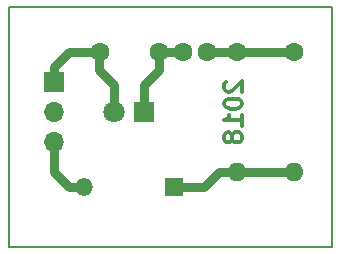
<source format=gbr>
%TF.GenerationSoftware,KiCad,Pcbnew,(5.0.0)*%
%TF.CreationDate,2018-10-05T06:04:53-03:00*%
%TF.ProjectId,LAVIGNA_GONZALO,4C415649474E415F474F4E5A414C4F2E,1*%
%TF.SameCoordinates,Original*%
%TF.FileFunction,Copper,L2,Bot,Signal*%
%TF.FilePolarity,Positive*%
%FSLAX46Y46*%
G04 Gerber Fmt 4.6, Leading zero omitted, Abs format (unit mm)*
G04 Created by KiCad (PCBNEW (5.0.0)) date 10/05/18 06:04:53*
%MOMM*%
%LPD*%
G01*
G04 APERTURE LIST*
%TA.AperFunction,NonConductor*%
%ADD10C,0.300000*%
%TD*%
%TA.AperFunction,NonConductor*%
%ADD11C,0.150000*%
%TD*%
%TA.AperFunction,ComponentPad*%
%ADD12C,1.600000*%
%TD*%
%TA.AperFunction,ComponentPad*%
%ADD13O,1.600000X1.600000*%
%TD*%
%TA.AperFunction,ComponentPad*%
%ADD14R,1.800000X1.800000*%
%TD*%
%TA.AperFunction,ComponentPad*%
%ADD15C,1.800000*%
%TD*%
%TA.AperFunction,ComponentPad*%
%ADD16R,1.500000X1.500000*%
%TD*%
%TA.AperFunction,ComponentPad*%
%ADD17O,1.500000X1.500000*%
%TD*%
%TA.AperFunction,ComponentPad*%
%ADD18R,1.700000X1.700000*%
%TD*%
%TA.AperFunction,ComponentPad*%
%ADD19O,1.700000X1.700000*%
%TD*%
%TA.AperFunction,ViaPad*%
%ADD20C,1.600000*%
%TD*%
%TA.AperFunction,Conductor*%
%ADD21C,0.800000*%
%TD*%
G04 APERTURE END LIST*
D10*
X132671428Y-68548571D02*
X132600000Y-68620000D01*
X132528571Y-68762857D01*
X132528571Y-69120000D01*
X132600000Y-69262857D01*
X132671428Y-69334285D01*
X132814285Y-69405714D01*
X132957142Y-69405714D01*
X133171428Y-69334285D01*
X134028571Y-68477142D01*
X134028571Y-69405714D01*
X132528571Y-70334285D02*
X132528571Y-70477142D01*
X132600000Y-70620000D01*
X132671428Y-70691428D01*
X132814285Y-70762857D01*
X133100000Y-70834285D01*
X133457142Y-70834285D01*
X133742857Y-70762857D01*
X133885714Y-70691428D01*
X133957142Y-70620000D01*
X134028571Y-70477142D01*
X134028571Y-70334285D01*
X133957142Y-70191428D01*
X133885714Y-70120000D01*
X133742857Y-70048571D01*
X133457142Y-69977142D01*
X133100000Y-69977142D01*
X132814285Y-70048571D01*
X132671428Y-70120000D01*
X132600000Y-70191428D01*
X132528571Y-70334285D01*
X134028571Y-72262857D02*
X134028571Y-71405714D01*
X134028571Y-71834285D02*
X132528571Y-71834285D01*
X132742857Y-71691428D01*
X132885714Y-71548571D01*
X132957142Y-71405714D01*
X133171428Y-73120000D02*
X133100000Y-72977142D01*
X133028571Y-72905714D01*
X132885714Y-72834285D01*
X132814285Y-72834285D01*
X132671428Y-72905714D01*
X132600000Y-72977142D01*
X132528571Y-73120000D01*
X132528571Y-73405714D01*
X132600000Y-73548571D01*
X132671428Y-73620000D01*
X132814285Y-73691428D01*
X132885714Y-73691428D01*
X133028571Y-73620000D01*
X133100000Y-73548571D01*
X133171428Y-73405714D01*
X133171428Y-73120000D01*
X133242857Y-72977142D01*
X133314285Y-72905714D01*
X133457142Y-72834285D01*
X133742857Y-72834285D01*
X133885714Y-72905714D01*
X133957142Y-72977142D01*
X134028571Y-73120000D01*
X134028571Y-73405714D01*
X133957142Y-73548571D01*
X133885714Y-73620000D01*
X133742857Y-73691428D01*
X133457142Y-73691428D01*
X133314285Y-73620000D01*
X133242857Y-73548571D01*
X133171428Y-73405714D01*
D11*
X114300000Y-82550000D02*
X114300000Y-62230000D01*
X141605000Y-82550000D02*
X114300000Y-82550000D01*
X141605000Y-62230000D02*
X141605000Y-82550000D01*
X114300000Y-62230000D02*
X141605000Y-62230000D01*
D12*
%TO.P,R2,1*%
%TO.N,Net-(C1-Pad1)*%
X138430000Y-66040000D03*
D13*
%TO.P,R2,2*%
%TO.N,Net-(D2-Pad1)*%
X138430000Y-76200000D03*
%TD*%
D12*
%TO.P,C1,1*%
%TO.N,Net-(C1-Pad1)*%
X127000000Y-66040000D03*
%TO.P,C1,2*%
%TO.N,Net-(C1-Pad2)*%
X122000000Y-66040000D03*
%TD*%
D14*
%TO.P,D1,1*%
%TO.N,Net-(C1-Pad1)*%
X125730000Y-71120000D03*
D15*
%TO.P,D1,2*%
%TO.N,Net-(C1-Pad2)*%
X123190000Y-71120000D03*
%TD*%
D16*
%TO.P,D2,1*%
%TO.N,Net-(D2-Pad1)*%
X128270000Y-77470000D03*
D17*
%TO.P,D2,2*%
%TO.N,Net-(D2-Pad2)*%
X120650000Y-77470000D03*
%TD*%
D18*
%TO.P,J1,1*%
%TO.N,Net-(C1-Pad2)*%
X118110000Y-68580000D03*
D19*
%TO.P,J1,2*%
%TO.N,Net-(J1-Pad2)*%
X118110000Y-71120000D03*
%TO.P,J1,3*%
%TO.N,Net-(D2-Pad2)*%
X118110000Y-73660000D03*
%TD*%
D12*
%TO.P,R1,1*%
%TO.N,Net-(C1-Pad1)*%
X133604000Y-66040000D03*
D13*
%TO.P,R1,2*%
%TO.N,Net-(D2-Pad1)*%
X133604000Y-76200000D03*
%TD*%
D20*
%TO.N,Net-(C1-Pad1)*%
X129032000Y-66040000D03*
X131064000Y-66040000D03*
%TD*%
D21*
%TO.N,Net-(C1-Pad1)*%
X127000000Y-66040000D02*
X129032000Y-66040000D01*
X131064000Y-66040000D02*
X133350000Y-66040000D01*
X127000000Y-67564000D02*
X127000000Y-66040000D01*
X125730000Y-71120000D02*
X125730000Y-68834000D01*
X125730000Y-68834000D02*
X127000000Y-67564000D01*
X133604000Y-66040000D02*
X138430000Y-66040000D01*
%TO.N,Net-(C1-Pad2)*%
X120904000Y-66040000D02*
X122000000Y-66040000D01*
X119380000Y-66040000D02*
X120904000Y-66040000D01*
X118110000Y-68580000D02*
X118110000Y-67310000D01*
X118110000Y-67310000D02*
X119380000Y-66040000D01*
X123190000Y-68834000D02*
X123190000Y-71120000D01*
X121920000Y-67564000D02*
X123190000Y-68834000D01*
X122000000Y-66040000D02*
X121920000Y-66120000D01*
X121920000Y-66120000D02*
X121920000Y-67564000D01*
%TO.N,Net-(D2-Pad1)*%
X130810000Y-77470000D02*
X128270000Y-77470000D01*
X133350000Y-76200000D02*
X132080000Y-76200000D01*
X132080000Y-76200000D02*
X130810000Y-77470000D01*
X133604000Y-76200000D02*
X138430000Y-76200000D01*
%TO.N,Net-(D2-Pad2)*%
X118110000Y-76200000D02*
X118110000Y-73660000D01*
X120650000Y-77470000D02*
X119380000Y-77470000D01*
X119380000Y-77470000D02*
X118110000Y-76200000D01*
%TD*%
M02*

</source>
